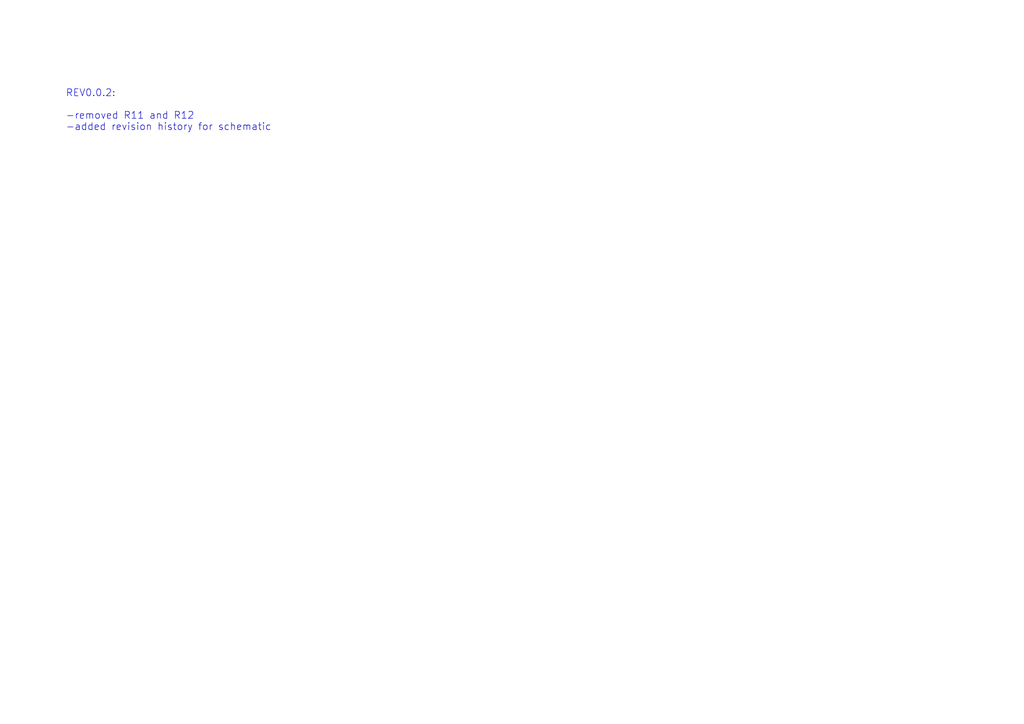
<source format=kicad_sch>
(kicad_sch (version 20211123) (generator eeschema)
  (paper "A4")
  (title_block (title "Jade Nano+") (date "2021-12-16") (rev "0.0.2") (company "GroundStudio.ro") (comment 1 "Schematic: Victor"))
  (lib_symbols)
  (text "REV0.0.2:\n\n-removed R11 and R12\n-added revision history for schematic" (at 19.05 38.1 0) (effects (font (size 2.032 2.032)) (justify left bottom)))
)
</source>
